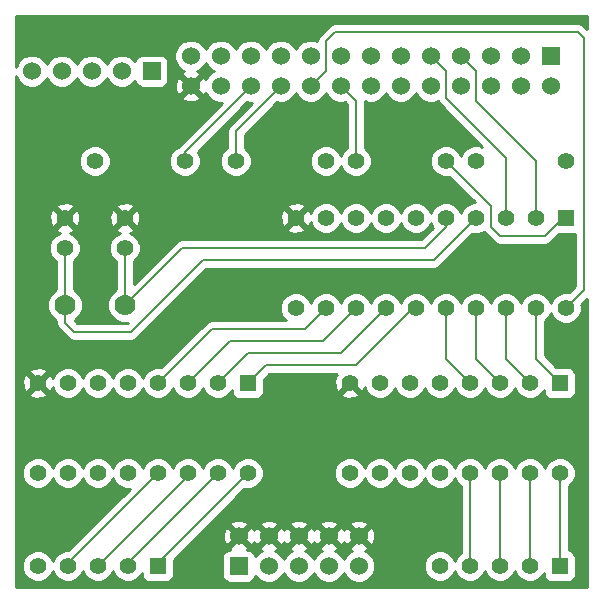
<source format=gbl>
G04 (created by PCBNEW-RS274X (2011-05-25)-stable) date Ut 23. jún 2015, 15:15:57 CEST*
G01*
G70*
G90*
%MOIN*%
G04 Gerber Fmt 3.4, Leading zero omitted, Abs format*
%FSLAX34Y34*%
G04 APERTURE LIST*
%ADD10C,0.006000*%
%ADD11R,0.055000X0.055000*%
%ADD12C,0.055000*%
%ADD13R,0.060000X0.060000*%
%ADD14C,0.060000*%
%ADD15C,0.070000*%
%ADD16C,0.008000*%
%ADD17C,0.010000*%
G04 APERTURE END LIST*
G54D10*
G54D11*
X28300Y-28500D03*
G54D12*
X27300Y-28500D03*
X26300Y-28500D03*
X25300Y-28500D03*
X24300Y-28500D03*
G54D11*
X14900Y-28500D03*
G54D12*
X13900Y-28500D03*
X12900Y-28500D03*
X11900Y-28500D03*
X10900Y-28500D03*
X20500Y-15000D03*
X17500Y-15000D03*
X12800Y-15000D03*
X15800Y-15000D03*
X28500Y-15000D03*
X25500Y-15000D03*
X24500Y-15000D03*
X21500Y-15000D03*
G54D13*
X17600Y-28500D03*
G54D14*
X17600Y-27500D03*
X18600Y-28500D03*
X18600Y-27500D03*
X19600Y-28500D03*
X19600Y-27500D03*
X20600Y-28500D03*
X20600Y-27500D03*
X21600Y-28500D03*
X21600Y-27500D03*
G54D13*
X14700Y-12000D03*
G54D14*
X13700Y-12000D03*
X12700Y-12000D03*
X11700Y-12000D03*
X10700Y-12000D03*
G54D15*
X11800Y-19800D03*
X13800Y-19800D03*
G54D11*
X28500Y-16900D03*
G54D12*
X27500Y-16900D03*
X26500Y-16900D03*
X25500Y-16900D03*
X24500Y-16900D03*
X23500Y-16900D03*
X22500Y-16900D03*
X21500Y-16900D03*
X20500Y-16900D03*
X19500Y-16900D03*
X19500Y-19900D03*
X20500Y-19900D03*
X21500Y-19900D03*
X22500Y-19900D03*
X23500Y-19900D03*
X24500Y-19900D03*
X25500Y-19900D03*
X26500Y-19900D03*
X27500Y-19900D03*
X28500Y-19900D03*
G54D11*
X28300Y-22400D03*
G54D12*
X27300Y-22400D03*
X26300Y-22400D03*
X25300Y-22400D03*
X24300Y-22400D03*
X23300Y-22400D03*
X22300Y-22400D03*
X21300Y-22400D03*
X21300Y-25400D03*
X22300Y-25400D03*
X23300Y-25400D03*
X24300Y-25400D03*
X25300Y-25400D03*
X26300Y-25400D03*
X27300Y-25400D03*
X28300Y-25400D03*
G54D11*
X17900Y-22400D03*
G54D12*
X16900Y-22400D03*
X15900Y-22400D03*
X14900Y-22400D03*
X13900Y-22400D03*
X12900Y-22400D03*
X11900Y-22400D03*
X10900Y-22400D03*
X10900Y-25400D03*
X11900Y-25400D03*
X12900Y-25400D03*
X13900Y-25400D03*
X14900Y-25400D03*
X15900Y-25400D03*
X16900Y-25400D03*
X17900Y-25400D03*
X11800Y-17900D03*
X11800Y-16900D03*
X13800Y-17900D03*
X13800Y-16900D03*
G54D13*
X28000Y-11500D03*
G54D14*
X28000Y-12500D03*
X27000Y-11500D03*
X27000Y-12500D03*
X26000Y-11500D03*
X26000Y-12500D03*
X25000Y-11500D03*
X25000Y-12500D03*
X24000Y-11500D03*
X24000Y-12500D03*
X23000Y-11500D03*
X23000Y-12500D03*
X22000Y-11500D03*
X22000Y-12500D03*
X21000Y-11500D03*
X21000Y-12500D03*
X20000Y-11500D03*
X20000Y-12500D03*
X19000Y-11500D03*
X19000Y-12500D03*
X18000Y-11500D03*
X18000Y-12500D03*
X17000Y-11500D03*
X17000Y-12500D03*
X16000Y-11500D03*
X16000Y-12500D03*
G54D16*
X17500Y-15000D02*
X17500Y-14000D01*
X17500Y-14000D02*
X19000Y-12500D01*
X26500Y-19900D02*
X26500Y-21600D01*
X26500Y-21600D02*
X27300Y-22400D01*
X21500Y-15000D02*
X21500Y-13000D01*
X21500Y-13000D02*
X21000Y-12500D01*
X28500Y-16900D02*
X28400Y-16900D01*
X26000Y-16500D02*
X24500Y-15000D01*
X26000Y-17200D02*
X26000Y-16500D01*
X26300Y-17500D02*
X26000Y-17200D01*
X27800Y-17500D02*
X26300Y-17500D01*
X28400Y-16900D02*
X27800Y-17500D01*
X28300Y-28500D02*
X28300Y-25400D01*
X11900Y-28500D02*
X11900Y-28400D01*
X11900Y-28400D02*
X14900Y-25400D01*
X14900Y-28500D02*
X14900Y-28400D01*
X14900Y-28400D02*
X17900Y-25400D01*
X27500Y-19900D02*
X27500Y-21600D01*
X27500Y-21600D02*
X28300Y-22400D01*
X27300Y-25400D02*
X27300Y-28500D01*
X25000Y-11500D02*
X25500Y-12000D01*
X27500Y-15000D02*
X27500Y-16900D01*
X25500Y-13000D02*
X27500Y-15000D01*
X25500Y-12000D02*
X25500Y-13000D01*
X25300Y-25400D02*
X25300Y-28500D01*
X24500Y-19900D02*
X24500Y-21600D01*
X24500Y-21600D02*
X25300Y-22400D01*
X23500Y-19900D02*
X23400Y-19900D01*
X18500Y-21800D02*
X17900Y-22400D01*
X21500Y-21800D02*
X18500Y-21800D01*
X23400Y-19900D02*
X21500Y-21800D01*
X21500Y-19900D02*
X20400Y-21000D01*
X17300Y-21000D02*
X15900Y-22400D01*
X20400Y-21000D02*
X17300Y-21000D01*
X22500Y-19900D02*
X21000Y-21400D01*
X17900Y-21400D02*
X16900Y-22400D01*
X21000Y-21400D02*
X17900Y-21400D01*
X24500Y-16900D02*
X24500Y-17200D01*
X15700Y-17900D02*
X13800Y-19800D01*
X23800Y-17900D02*
X15700Y-17900D01*
X24500Y-17200D02*
X23800Y-17900D01*
X13800Y-19800D02*
X13800Y-17900D01*
X24100Y-18300D02*
X25500Y-16900D01*
X16400Y-18300D02*
X24100Y-18300D01*
X14000Y-20700D02*
X16400Y-18300D01*
X12100Y-20700D02*
X14000Y-20700D01*
X11800Y-20400D02*
X12100Y-20700D01*
X11800Y-19800D02*
X11800Y-20400D01*
X11800Y-19800D02*
X11800Y-17900D01*
X20500Y-19900D02*
X19800Y-20600D01*
X16700Y-20600D02*
X14900Y-22400D01*
X19800Y-20600D02*
X16700Y-20600D01*
X26300Y-28500D02*
X26300Y-25400D01*
X13900Y-28500D02*
X13900Y-28400D01*
X13900Y-28400D02*
X16900Y-25400D01*
X26500Y-16900D02*
X26500Y-14900D01*
X24500Y-12000D02*
X24000Y-11500D01*
X24500Y-12900D02*
X24500Y-12000D01*
X26500Y-14900D02*
X24500Y-12900D01*
X15800Y-15000D02*
X15800Y-14700D01*
X15800Y-14700D02*
X18000Y-12500D01*
X20000Y-12500D02*
X20500Y-12000D01*
X29100Y-19300D02*
X28500Y-19900D01*
X29100Y-10900D02*
X29100Y-19300D01*
X28900Y-10700D02*
X29100Y-10900D01*
X20800Y-10700D02*
X28900Y-10700D01*
X20500Y-11000D02*
X20800Y-10700D01*
X20500Y-12000D02*
X20500Y-11000D01*
X15900Y-25400D02*
X15900Y-25500D01*
X15900Y-25500D02*
X12900Y-28500D01*
X25500Y-19900D02*
X25500Y-21600D01*
X25500Y-21600D02*
X26300Y-22400D01*
G54D10*
G36*
X29203Y-29203D02*
X28825Y-29203D01*
X28825Y-25505D01*
X28825Y-25296D01*
X28745Y-25103D01*
X28598Y-24955D01*
X28405Y-24875D01*
X28196Y-24875D01*
X28003Y-24955D01*
X27855Y-25102D01*
X27799Y-25235D01*
X27745Y-25103D01*
X27598Y-24955D01*
X27405Y-24875D01*
X27196Y-24875D01*
X27003Y-24955D01*
X26855Y-25102D01*
X26799Y-25235D01*
X26745Y-25103D01*
X26598Y-24955D01*
X26405Y-24875D01*
X26196Y-24875D01*
X26003Y-24955D01*
X25855Y-25102D01*
X25799Y-25235D01*
X25745Y-25103D01*
X25598Y-24955D01*
X25405Y-24875D01*
X25196Y-24875D01*
X25003Y-24955D01*
X24855Y-25102D01*
X24799Y-25235D01*
X24745Y-25103D01*
X24598Y-24955D01*
X24405Y-24875D01*
X24196Y-24875D01*
X24003Y-24955D01*
X23855Y-25102D01*
X23799Y-25235D01*
X23745Y-25103D01*
X23598Y-24955D01*
X23405Y-24875D01*
X23196Y-24875D01*
X23003Y-24955D01*
X22855Y-25102D01*
X22799Y-25235D01*
X22745Y-25103D01*
X22598Y-24955D01*
X22405Y-24875D01*
X22196Y-24875D01*
X22003Y-24955D01*
X21855Y-25102D01*
X21799Y-25235D01*
X21745Y-25103D01*
X21598Y-24955D01*
X21590Y-24951D01*
X21590Y-22761D01*
X21300Y-22471D01*
X21229Y-22542D01*
X21010Y-22761D01*
X21033Y-22852D01*
X21226Y-22919D01*
X21430Y-22908D01*
X21567Y-22852D01*
X21590Y-22761D01*
X21590Y-24951D01*
X21405Y-24875D01*
X21196Y-24875D01*
X21003Y-24955D01*
X20855Y-25102D01*
X20775Y-25295D01*
X20775Y-25504D01*
X20855Y-25697D01*
X21002Y-25845D01*
X21195Y-25925D01*
X21404Y-25925D01*
X21597Y-25845D01*
X21745Y-25698D01*
X21800Y-25564D01*
X21855Y-25697D01*
X22002Y-25845D01*
X22195Y-25925D01*
X22404Y-25925D01*
X22597Y-25845D01*
X22745Y-25698D01*
X22800Y-25564D01*
X22855Y-25697D01*
X23002Y-25845D01*
X23195Y-25925D01*
X23404Y-25925D01*
X23597Y-25845D01*
X23745Y-25698D01*
X23800Y-25564D01*
X23855Y-25697D01*
X24002Y-25845D01*
X24195Y-25925D01*
X24404Y-25925D01*
X24597Y-25845D01*
X24745Y-25698D01*
X24800Y-25564D01*
X24855Y-25697D01*
X25002Y-25845D01*
X25010Y-25848D01*
X25010Y-28052D01*
X25003Y-28055D01*
X24855Y-28202D01*
X24799Y-28335D01*
X24745Y-28203D01*
X24598Y-28055D01*
X24405Y-27975D01*
X24196Y-27975D01*
X24003Y-28055D01*
X23855Y-28202D01*
X23775Y-28395D01*
X23775Y-28604D01*
X23855Y-28797D01*
X24002Y-28945D01*
X24195Y-29025D01*
X24404Y-29025D01*
X24597Y-28945D01*
X24745Y-28798D01*
X24800Y-28664D01*
X24855Y-28797D01*
X25002Y-28945D01*
X25195Y-29025D01*
X25404Y-29025D01*
X25597Y-28945D01*
X25745Y-28798D01*
X25800Y-28664D01*
X25855Y-28797D01*
X26002Y-28945D01*
X26195Y-29025D01*
X26404Y-29025D01*
X26597Y-28945D01*
X26745Y-28798D01*
X26800Y-28664D01*
X26855Y-28797D01*
X27002Y-28945D01*
X27195Y-29025D01*
X27404Y-29025D01*
X27597Y-28945D01*
X27745Y-28798D01*
X27776Y-28723D01*
X27776Y-28824D01*
X27814Y-28916D01*
X27884Y-28986D01*
X27975Y-29024D01*
X28074Y-29024D01*
X28624Y-29024D01*
X28716Y-28986D01*
X28786Y-28916D01*
X28824Y-28825D01*
X28824Y-28726D01*
X28824Y-28176D01*
X28786Y-28084D01*
X28716Y-28014D01*
X28625Y-27976D01*
X28590Y-27976D01*
X28590Y-25847D01*
X28597Y-25845D01*
X28745Y-25698D01*
X28825Y-25505D01*
X28825Y-29203D01*
X22149Y-29203D01*
X22149Y-28609D01*
X22149Y-28391D01*
X22143Y-28376D01*
X22143Y-27579D01*
X22132Y-27366D01*
X22072Y-27219D01*
X21978Y-27192D01*
X21908Y-27262D01*
X21908Y-27122D01*
X21881Y-27028D01*
X21679Y-26957D01*
X21466Y-26968D01*
X21319Y-27028D01*
X21292Y-27122D01*
X21600Y-27429D01*
X21908Y-27122D01*
X21908Y-27262D01*
X21671Y-27500D01*
X21978Y-27808D01*
X22072Y-27781D01*
X22143Y-27579D01*
X22143Y-28376D01*
X22065Y-28189D01*
X21911Y-28035D01*
X21819Y-27997D01*
X21881Y-27972D01*
X21908Y-27878D01*
X21600Y-27571D01*
X21529Y-27641D01*
X21529Y-27500D01*
X21222Y-27192D01*
X21128Y-27219D01*
X21102Y-27292D01*
X21072Y-27219D01*
X20978Y-27192D01*
X20908Y-27262D01*
X20908Y-27122D01*
X20881Y-27028D01*
X20679Y-26957D01*
X20466Y-26968D01*
X20319Y-27028D01*
X20292Y-27122D01*
X20600Y-27429D01*
X20908Y-27122D01*
X20908Y-27262D01*
X20671Y-27500D01*
X20978Y-27808D01*
X21072Y-27781D01*
X21097Y-27707D01*
X21128Y-27781D01*
X21222Y-27808D01*
X21529Y-27500D01*
X21529Y-27641D01*
X21292Y-27878D01*
X21319Y-27972D01*
X21384Y-27995D01*
X21289Y-28035D01*
X21135Y-28189D01*
X21100Y-28273D01*
X21065Y-28189D01*
X20911Y-28035D01*
X20819Y-27997D01*
X20881Y-27972D01*
X20908Y-27878D01*
X20600Y-27571D01*
X20529Y-27641D01*
X20529Y-27500D01*
X20222Y-27192D01*
X20128Y-27219D01*
X20102Y-27292D01*
X20072Y-27219D01*
X19978Y-27192D01*
X19908Y-27262D01*
X19908Y-27122D01*
X19881Y-27028D01*
X19679Y-26957D01*
X19466Y-26968D01*
X19319Y-27028D01*
X19292Y-27122D01*
X19600Y-27429D01*
X19908Y-27122D01*
X19908Y-27262D01*
X19671Y-27500D01*
X19978Y-27808D01*
X20072Y-27781D01*
X20097Y-27707D01*
X20128Y-27781D01*
X20222Y-27808D01*
X20529Y-27500D01*
X20529Y-27641D01*
X20292Y-27878D01*
X20319Y-27972D01*
X20384Y-27995D01*
X20289Y-28035D01*
X20135Y-28189D01*
X20100Y-28273D01*
X20065Y-28189D01*
X19911Y-28035D01*
X19819Y-27997D01*
X19881Y-27972D01*
X19908Y-27878D01*
X19600Y-27571D01*
X19529Y-27641D01*
X19529Y-27500D01*
X19222Y-27192D01*
X19128Y-27219D01*
X19102Y-27292D01*
X19072Y-27219D01*
X18978Y-27192D01*
X18908Y-27262D01*
X18908Y-27122D01*
X18881Y-27028D01*
X18679Y-26957D01*
X18466Y-26968D01*
X18425Y-26984D01*
X18425Y-25505D01*
X18425Y-25296D01*
X18345Y-25103D01*
X18198Y-24955D01*
X18005Y-24875D01*
X17796Y-24875D01*
X17603Y-24955D01*
X17455Y-25102D01*
X17399Y-25235D01*
X17345Y-25103D01*
X17198Y-24955D01*
X17005Y-24875D01*
X16796Y-24875D01*
X16603Y-24955D01*
X16455Y-25102D01*
X16399Y-25235D01*
X16345Y-25103D01*
X16198Y-24955D01*
X16005Y-24875D01*
X15796Y-24875D01*
X15603Y-24955D01*
X15455Y-25102D01*
X15399Y-25235D01*
X15345Y-25103D01*
X15198Y-24955D01*
X15005Y-24875D01*
X14796Y-24875D01*
X14603Y-24955D01*
X14455Y-25102D01*
X14399Y-25235D01*
X14345Y-25103D01*
X14198Y-24955D01*
X14005Y-24875D01*
X13796Y-24875D01*
X13603Y-24955D01*
X13455Y-25102D01*
X13399Y-25235D01*
X13345Y-25103D01*
X13198Y-24955D01*
X13005Y-24875D01*
X12796Y-24875D01*
X12603Y-24955D01*
X12455Y-25102D01*
X12399Y-25235D01*
X12345Y-25103D01*
X12198Y-24955D01*
X12005Y-24875D01*
X11796Y-24875D01*
X11603Y-24955D01*
X11455Y-25102D01*
X11399Y-25235D01*
X11345Y-25103D01*
X11198Y-24955D01*
X11190Y-24951D01*
X11190Y-22761D01*
X10900Y-22471D01*
X10829Y-22542D01*
X10829Y-22400D01*
X10539Y-22110D01*
X10448Y-22133D01*
X10381Y-22326D01*
X10392Y-22530D01*
X10448Y-22667D01*
X10539Y-22690D01*
X10829Y-22400D01*
X10829Y-22542D01*
X10610Y-22761D01*
X10633Y-22852D01*
X10826Y-22919D01*
X11030Y-22908D01*
X11167Y-22852D01*
X11190Y-22761D01*
X11190Y-24951D01*
X11005Y-24875D01*
X10796Y-24875D01*
X10603Y-24955D01*
X10455Y-25102D01*
X10375Y-25295D01*
X10375Y-25504D01*
X10455Y-25697D01*
X10602Y-25845D01*
X10795Y-25925D01*
X11004Y-25925D01*
X11197Y-25845D01*
X11345Y-25698D01*
X11400Y-25564D01*
X11455Y-25697D01*
X11602Y-25845D01*
X11795Y-25925D01*
X12004Y-25925D01*
X12197Y-25845D01*
X12345Y-25698D01*
X12400Y-25564D01*
X12455Y-25697D01*
X12602Y-25845D01*
X12795Y-25925D01*
X13004Y-25925D01*
X13197Y-25845D01*
X13345Y-25698D01*
X13400Y-25564D01*
X13455Y-25697D01*
X13602Y-25845D01*
X13795Y-25925D01*
X13964Y-25925D01*
X11914Y-27975D01*
X11796Y-27975D01*
X11603Y-28055D01*
X11455Y-28202D01*
X11399Y-28335D01*
X11345Y-28203D01*
X11198Y-28055D01*
X11005Y-27975D01*
X10796Y-27975D01*
X10603Y-28055D01*
X10455Y-28202D01*
X10375Y-28395D01*
X10375Y-28604D01*
X10455Y-28797D01*
X10602Y-28945D01*
X10795Y-29025D01*
X11004Y-29025D01*
X11197Y-28945D01*
X11345Y-28798D01*
X11400Y-28664D01*
X11455Y-28797D01*
X11602Y-28945D01*
X11795Y-29025D01*
X12004Y-29025D01*
X12197Y-28945D01*
X12345Y-28798D01*
X12400Y-28664D01*
X12455Y-28797D01*
X12602Y-28945D01*
X12795Y-29025D01*
X13004Y-29025D01*
X13197Y-28945D01*
X13345Y-28798D01*
X13400Y-28664D01*
X13455Y-28797D01*
X13602Y-28945D01*
X13795Y-29025D01*
X14004Y-29025D01*
X14197Y-28945D01*
X14345Y-28798D01*
X14376Y-28723D01*
X14376Y-28824D01*
X14414Y-28916D01*
X14484Y-28986D01*
X14575Y-29024D01*
X14674Y-29024D01*
X15224Y-29024D01*
X15316Y-28986D01*
X15386Y-28916D01*
X15424Y-28825D01*
X15424Y-28726D01*
X15424Y-28286D01*
X17788Y-25922D01*
X17795Y-25925D01*
X18004Y-25925D01*
X18197Y-25845D01*
X18345Y-25698D01*
X18425Y-25505D01*
X18425Y-26984D01*
X18319Y-27028D01*
X18292Y-27122D01*
X18600Y-27429D01*
X18908Y-27122D01*
X18908Y-27262D01*
X18671Y-27500D01*
X18978Y-27808D01*
X19072Y-27781D01*
X19097Y-27707D01*
X19128Y-27781D01*
X19222Y-27808D01*
X19529Y-27500D01*
X19529Y-27641D01*
X19292Y-27878D01*
X19319Y-27972D01*
X19384Y-27995D01*
X19289Y-28035D01*
X19135Y-28189D01*
X19100Y-28273D01*
X19065Y-28189D01*
X18911Y-28035D01*
X18819Y-27997D01*
X18881Y-27972D01*
X18908Y-27878D01*
X18600Y-27571D01*
X18529Y-27641D01*
X18529Y-27500D01*
X18222Y-27192D01*
X18128Y-27219D01*
X18102Y-27292D01*
X18072Y-27219D01*
X17978Y-27192D01*
X17908Y-27262D01*
X17908Y-27122D01*
X17881Y-27028D01*
X17679Y-26957D01*
X17466Y-26968D01*
X17319Y-27028D01*
X17292Y-27122D01*
X17600Y-27429D01*
X17908Y-27122D01*
X17908Y-27262D01*
X17671Y-27500D01*
X17978Y-27808D01*
X18072Y-27781D01*
X18097Y-27707D01*
X18128Y-27781D01*
X18222Y-27808D01*
X18529Y-27500D01*
X18529Y-27641D01*
X18292Y-27878D01*
X18319Y-27972D01*
X18384Y-27995D01*
X18289Y-28035D01*
X18149Y-28175D01*
X18149Y-28151D01*
X18111Y-28059D01*
X18041Y-27989D01*
X17950Y-27951D01*
X17887Y-27951D01*
X17908Y-27878D01*
X17600Y-27571D01*
X17529Y-27641D01*
X17529Y-27500D01*
X17222Y-27192D01*
X17128Y-27219D01*
X17057Y-27421D01*
X17068Y-27634D01*
X17128Y-27781D01*
X17222Y-27808D01*
X17529Y-27500D01*
X17529Y-27641D01*
X17292Y-27878D01*
X17312Y-27951D01*
X17251Y-27951D01*
X17159Y-27989D01*
X17089Y-28059D01*
X17051Y-28150D01*
X17051Y-28249D01*
X17051Y-28849D01*
X17089Y-28941D01*
X17159Y-29011D01*
X17250Y-29049D01*
X17349Y-29049D01*
X17949Y-29049D01*
X18041Y-29011D01*
X18111Y-28941D01*
X18149Y-28850D01*
X18149Y-28825D01*
X18289Y-28965D01*
X18491Y-29049D01*
X18709Y-29049D01*
X18911Y-28965D01*
X19065Y-28811D01*
X19100Y-28726D01*
X19135Y-28811D01*
X19289Y-28965D01*
X19491Y-29049D01*
X19709Y-29049D01*
X19911Y-28965D01*
X20065Y-28811D01*
X20100Y-28726D01*
X20135Y-28811D01*
X20289Y-28965D01*
X20491Y-29049D01*
X20709Y-29049D01*
X20911Y-28965D01*
X21065Y-28811D01*
X21100Y-28726D01*
X21135Y-28811D01*
X21289Y-28965D01*
X21491Y-29049D01*
X21709Y-29049D01*
X21911Y-28965D01*
X22065Y-28811D01*
X22149Y-28609D01*
X22149Y-29203D01*
X10168Y-29203D01*
X10168Y-12149D01*
X10235Y-12311D01*
X10389Y-12465D01*
X10591Y-12549D01*
X10809Y-12549D01*
X11011Y-12465D01*
X11165Y-12311D01*
X11200Y-12226D01*
X11235Y-12311D01*
X11389Y-12465D01*
X11591Y-12549D01*
X11809Y-12549D01*
X12011Y-12465D01*
X12165Y-12311D01*
X12200Y-12226D01*
X12235Y-12311D01*
X12389Y-12465D01*
X12591Y-12549D01*
X12809Y-12549D01*
X13011Y-12465D01*
X13165Y-12311D01*
X13200Y-12226D01*
X13235Y-12311D01*
X13389Y-12465D01*
X13591Y-12549D01*
X13809Y-12549D01*
X14011Y-12465D01*
X14151Y-12325D01*
X14151Y-12349D01*
X14189Y-12441D01*
X14259Y-12511D01*
X14350Y-12549D01*
X14449Y-12549D01*
X15049Y-12549D01*
X15141Y-12511D01*
X15211Y-12441D01*
X15249Y-12350D01*
X15249Y-12251D01*
X15249Y-11651D01*
X15211Y-11559D01*
X15141Y-11489D01*
X15050Y-11451D01*
X14951Y-11451D01*
X14351Y-11451D01*
X14259Y-11489D01*
X14189Y-11559D01*
X14151Y-11650D01*
X14151Y-11675D01*
X14011Y-11535D01*
X13809Y-11451D01*
X13591Y-11451D01*
X13389Y-11535D01*
X13235Y-11689D01*
X13200Y-11773D01*
X13165Y-11689D01*
X13011Y-11535D01*
X12809Y-11451D01*
X12591Y-11451D01*
X12389Y-11535D01*
X12235Y-11689D01*
X12200Y-11773D01*
X12165Y-11689D01*
X12011Y-11535D01*
X11809Y-11451D01*
X11591Y-11451D01*
X11389Y-11535D01*
X11235Y-11689D01*
X11200Y-11773D01*
X11165Y-11689D01*
X11011Y-11535D01*
X10809Y-11451D01*
X10591Y-11451D01*
X10389Y-11535D01*
X10235Y-11689D01*
X10168Y-11850D01*
X10168Y-10168D01*
X29203Y-10168D01*
X29203Y-10593D01*
X29105Y-10495D01*
X29011Y-10432D01*
X28900Y-10410D01*
X20800Y-10410D01*
X20689Y-10432D01*
X20595Y-10495D01*
X20295Y-10795D01*
X20232Y-10889D01*
X20211Y-10993D01*
X20109Y-10951D01*
X19891Y-10951D01*
X19689Y-11035D01*
X19535Y-11189D01*
X19500Y-11273D01*
X19465Y-11189D01*
X19311Y-11035D01*
X19109Y-10951D01*
X18891Y-10951D01*
X18689Y-11035D01*
X18535Y-11189D01*
X18500Y-11273D01*
X18465Y-11189D01*
X18311Y-11035D01*
X18109Y-10951D01*
X17891Y-10951D01*
X17689Y-11035D01*
X17535Y-11189D01*
X17500Y-11273D01*
X17465Y-11189D01*
X17311Y-11035D01*
X17109Y-10951D01*
X16891Y-10951D01*
X16689Y-11035D01*
X16535Y-11189D01*
X16500Y-11273D01*
X16465Y-11189D01*
X16311Y-11035D01*
X16109Y-10951D01*
X15891Y-10951D01*
X15689Y-11035D01*
X15535Y-11189D01*
X15451Y-11391D01*
X15451Y-11609D01*
X15535Y-11811D01*
X15689Y-11965D01*
X15780Y-12002D01*
X15719Y-12028D01*
X15692Y-12122D01*
X16000Y-12429D01*
X16308Y-12122D01*
X16281Y-12028D01*
X16215Y-12004D01*
X16311Y-11965D01*
X16465Y-11811D01*
X16500Y-11726D01*
X16535Y-11811D01*
X16689Y-11965D01*
X16773Y-12000D01*
X16689Y-12035D01*
X16535Y-12189D01*
X16497Y-12280D01*
X16472Y-12219D01*
X16378Y-12192D01*
X16071Y-12500D01*
X16378Y-12808D01*
X16472Y-12781D01*
X16495Y-12715D01*
X16535Y-12811D01*
X16689Y-12965D01*
X16891Y-13049D01*
X17041Y-13049D01*
X16308Y-13782D01*
X16308Y-12878D01*
X16000Y-12571D01*
X15929Y-12641D01*
X15929Y-12500D01*
X15622Y-12192D01*
X15528Y-12219D01*
X15457Y-12421D01*
X15468Y-12634D01*
X15528Y-12781D01*
X15622Y-12808D01*
X15929Y-12500D01*
X15929Y-12641D01*
X15692Y-12878D01*
X15719Y-12972D01*
X15921Y-13043D01*
X16134Y-13032D01*
X16281Y-12972D01*
X16308Y-12878D01*
X16308Y-13782D01*
X15595Y-14495D01*
X15574Y-14525D01*
X15503Y-14555D01*
X15355Y-14702D01*
X15275Y-14895D01*
X15275Y-15104D01*
X15355Y-15297D01*
X15502Y-15445D01*
X15695Y-15525D01*
X15904Y-15525D01*
X16097Y-15445D01*
X16245Y-15298D01*
X16325Y-15105D01*
X16325Y-14896D01*
X16245Y-14703D01*
X16226Y-14683D01*
X17869Y-13040D01*
X17891Y-13049D01*
X18041Y-13049D01*
X17295Y-13795D01*
X17232Y-13889D01*
X17210Y-14000D01*
X17210Y-14552D01*
X17203Y-14555D01*
X17055Y-14702D01*
X16975Y-14895D01*
X16975Y-15104D01*
X17055Y-15297D01*
X17202Y-15445D01*
X17395Y-15525D01*
X17604Y-15525D01*
X17797Y-15445D01*
X17945Y-15298D01*
X18025Y-15105D01*
X18025Y-14896D01*
X17945Y-14703D01*
X17798Y-14555D01*
X17790Y-14551D01*
X17790Y-14120D01*
X18869Y-13040D01*
X18891Y-13049D01*
X19109Y-13049D01*
X19311Y-12965D01*
X19465Y-12811D01*
X19500Y-12726D01*
X19535Y-12811D01*
X19689Y-12965D01*
X19891Y-13049D01*
X20109Y-13049D01*
X20311Y-12965D01*
X20465Y-12811D01*
X20500Y-12726D01*
X20535Y-12811D01*
X20689Y-12965D01*
X20891Y-13049D01*
X21109Y-13049D01*
X21130Y-13040D01*
X21210Y-13120D01*
X21210Y-14552D01*
X21203Y-14555D01*
X21055Y-14702D01*
X20999Y-14835D01*
X20945Y-14703D01*
X20798Y-14555D01*
X20605Y-14475D01*
X20396Y-14475D01*
X20203Y-14555D01*
X20055Y-14702D01*
X19975Y-14895D01*
X19975Y-15104D01*
X20055Y-15297D01*
X20202Y-15445D01*
X20395Y-15525D01*
X20604Y-15525D01*
X20797Y-15445D01*
X20945Y-15298D01*
X21000Y-15164D01*
X21055Y-15297D01*
X21202Y-15445D01*
X21395Y-15525D01*
X21604Y-15525D01*
X21797Y-15445D01*
X21945Y-15298D01*
X22025Y-15105D01*
X22025Y-14896D01*
X21945Y-14703D01*
X21798Y-14555D01*
X21790Y-14551D01*
X21790Y-13007D01*
X21891Y-13049D01*
X22109Y-13049D01*
X22311Y-12965D01*
X22465Y-12811D01*
X22500Y-12726D01*
X22535Y-12811D01*
X22689Y-12965D01*
X22891Y-13049D01*
X23109Y-13049D01*
X23311Y-12965D01*
X23465Y-12811D01*
X23500Y-12726D01*
X23535Y-12811D01*
X23689Y-12965D01*
X23891Y-13049D01*
X24109Y-13049D01*
X24229Y-12998D01*
X24232Y-13011D01*
X24295Y-13105D01*
X25707Y-14517D01*
X25605Y-14475D01*
X25396Y-14475D01*
X25203Y-14555D01*
X25055Y-14702D01*
X24999Y-14835D01*
X24945Y-14703D01*
X24798Y-14555D01*
X24605Y-14475D01*
X24396Y-14475D01*
X24203Y-14555D01*
X24055Y-14702D01*
X23975Y-14895D01*
X23975Y-15104D01*
X24055Y-15297D01*
X24202Y-15445D01*
X24395Y-15525D01*
X24604Y-15525D01*
X24611Y-15521D01*
X25465Y-16375D01*
X25396Y-16375D01*
X25203Y-16455D01*
X25055Y-16602D01*
X24999Y-16735D01*
X24945Y-16603D01*
X24798Y-16455D01*
X24605Y-16375D01*
X24396Y-16375D01*
X24203Y-16455D01*
X24055Y-16602D01*
X23999Y-16735D01*
X23945Y-16603D01*
X23798Y-16455D01*
X23605Y-16375D01*
X23396Y-16375D01*
X23203Y-16455D01*
X23055Y-16602D01*
X22999Y-16735D01*
X22945Y-16603D01*
X22798Y-16455D01*
X22605Y-16375D01*
X22396Y-16375D01*
X22203Y-16455D01*
X22055Y-16602D01*
X21999Y-16735D01*
X21945Y-16603D01*
X21798Y-16455D01*
X21605Y-16375D01*
X21396Y-16375D01*
X21203Y-16455D01*
X21055Y-16602D01*
X20999Y-16735D01*
X20945Y-16603D01*
X20798Y-16455D01*
X20605Y-16375D01*
X20396Y-16375D01*
X20203Y-16455D01*
X20055Y-16602D01*
X19996Y-16742D01*
X19952Y-16633D01*
X19861Y-16610D01*
X19790Y-16681D01*
X19790Y-16539D01*
X19767Y-16448D01*
X19574Y-16381D01*
X19370Y-16392D01*
X19233Y-16448D01*
X19210Y-16539D01*
X19500Y-16829D01*
X19790Y-16539D01*
X19790Y-16681D01*
X19571Y-16900D01*
X19861Y-17190D01*
X19952Y-17167D01*
X19993Y-17048D01*
X20055Y-17197D01*
X20202Y-17345D01*
X20395Y-17425D01*
X20604Y-17425D01*
X20797Y-17345D01*
X20945Y-17198D01*
X21000Y-17064D01*
X21055Y-17197D01*
X21202Y-17345D01*
X21395Y-17425D01*
X21604Y-17425D01*
X21797Y-17345D01*
X21945Y-17198D01*
X22000Y-17064D01*
X22055Y-17197D01*
X22202Y-17345D01*
X22395Y-17425D01*
X22604Y-17425D01*
X22797Y-17345D01*
X22945Y-17198D01*
X23000Y-17064D01*
X23055Y-17197D01*
X23202Y-17345D01*
X23395Y-17425D01*
X23604Y-17425D01*
X23797Y-17345D01*
X23945Y-17198D01*
X24000Y-17064D01*
X24055Y-17197D01*
X24073Y-17216D01*
X23680Y-17610D01*
X19790Y-17610D01*
X19790Y-17261D01*
X19500Y-16971D01*
X19429Y-17042D01*
X19429Y-16900D01*
X19139Y-16610D01*
X19048Y-16633D01*
X18981Y-16826D01*
X18992Y-17030D01*
X19048Y-17167D01*
X19139Y-17190D01*
X19429Y-16900D01*
X19429Y-17042D01*
X19210Y-17261D01*
X19233Y-17352D01*
X19426Y-17419D01*
X19630Y-17408D01*
X19767Y-17352D01*
X19790Y-17261D01*
X19790Y-17610D01*
X15700Y-17610D01*
X15589Y-17632D01*
X15495Y-17695D01*
X14090Y-19100D01*
X14090Y-18347D01*
X14097Y-18345D01*
X14245Y-18198D01*
X14325Y-18005D01*
X14325Y-17796D01*
X14319Y-17781D01*
X14319Y-16974D01*
X14308Y-16770D01*
X14252Y-16633D01*
X14161Y-16610D01*
X14090Y-16681D01*
X14090Y-16539D01*
X14067Y-16448D01*
X13874Y-16381D01*
X13670Y-16392D01*
X13533Y-16448D01*
X13510Y-16539D01*
X13800Y-16829D01*
X14090Y-16539D01*
X14090Y-16681D01*
X13871Y-16900D01*
X14161Y-17190D01*
X14252Y-17167D01*
X14319Y-16974D01*
X14319Y-17781D01*
X14245Y-17603D01*
X14098Y-17455D01*
X13957Y-17396D01*
X14067Y-17352D01*
X14090Y-17261D01*
X13800Y-16971D01*
X13729Y-17042D01*
X13729Y-16900D01*
X13439Y-16610D01*
X13348Y-16633D01*
X13325Y-16699D01*
X13325Y-15105D01*
X13325Y-14896D01*
X13245Y-14703D01*
X13098Y-14555D01*
X12905Y-14475D01*
X12696Y-14475D01*
X12503Y-14555D01*
X12355Y-14702D01*
X12275Y-14895D01*
X12275Y-15104D01*
X12355Y-15297D01*
X12502Y-15445D01*
X12695Y-15525D01*
X12904Y-15525D01*
X13097Y-15445D01*
X13245Y-15298D01*
X13325Y-15105D01*
X13325Y-16699D01*
X13281Y-16826D01*
X13292Y-17030D01*
X13348Y-17167D01*
X13439Y-17190D01*
X13729Y-16900D01*
X13729Y-17042D01*
X13510Y-17261D01*
X13533Y-17352D01*
X13651Y-17393D01*
X13503Y-17455D01*
X13355Y-17602D01*
X13275Y-17795D01*
X13275Y-18004D01*
X13355Y-18197D01*
X13502Y-18345D01*
X13510Y-18348D01*
X13510Y-19271D01*
X13461Y-19292D01*
X13292Y-19461D01*
X13201Y-19681D01*
X13201Y-19919D01*
X13292Y-20139D01*
X13461Y-20308D01*
X13681Y-20399D01*
X13891Y-20399D01*
X13880Y-20410D01*
X12220Y-20410D01*
X12124Y-20314D01*
X12139Y-20308D01*
X12308Y-20139D01*
X12399Y-19919D01*
X12399Y-19681D01*
X12308Y-19461D01*
X12139Y-19292D01*
X12090Y-19271D01*
X12090Y-18347D01*
X12097Y-18345D01*
X12245Y-18198D01*
X12325Y-18005D01*
X12325Y-17796D01*
X12319Y-17781D01*
X12319Y-16974D01*
X12308Y-16770D01*
X12252Y-16633D01*
X12161Y-16610D01*
X12090Y-16681D01*
X12090Y-16539D01*
X12067Y-16448D01*
X11874Y-16381D01*
X11670Y-16392D01*
X11533Y-16448D01*
X11510Y-16539D01*
X11800Y-16829D01*
X12090Y-16539D01*
X12090Y-16681D01*
X11871Y-16900D01*
X12161Y-17190D01*
X12252Y-17167D01*
X12319Y-16974D01*
X12319Y-17781D01*
X12245Y-17603D01*
X12098Y-17455D01*
X11957Y-17396D01*
X12067Y-17352D01*
X12090Y-17261D01*
X11800Y-16971D01*
X11729Y-17042D01*
X11729Y-16900D01*
X11439Y-16610D01*
X11348Y-16633D01*
X11281Y-16826D01*
X11292Y-17030D01*
X11348Y-17167D01*
X11439Y-17190D01*
X11729Y-16900D01*
X11729Y-17042D01*
X11510Y-17261D01*
X11533Y-17352D01*
X11651Y-17393D01*
X11503Y-17455D01*
X11355Y-17602D01*
X11275Y-17795D01*
X11275Y-18004D01*
X11355Y-18197D01*
X11502Y-18345D01*
X11510Y-18348D01*
X11510Y-19271D01*
X11461Y-19292D01*
X11292Y-19461D01*
X11201Y-19681D01*
X11201Y-19919D01*
X11292Y-20139D01*
X11461Y-20308D01*
X11510Y-20328D01*
X11510Y-20400D01*
X11532Y-20511D01*
X11595Y-20605D01*
X11895Y-20905D01*
X11989Y-20968D01*
X12100Y-20990D01*
X14000Y-20990D01*
X14111Y-20968D01*
X14205Y-20905D01*
X16520Y-18590D01*
X24100Y-18590D01*
X24211Y-18568D01*
X24305Y-18505D01*
X25387Y-17422D01*
X25395Y-17425D01*
X25604Y-17425D01*
X25763Y-17358D01*
X25795Y-17405D01*
X26095Y-17705D01*
X26189Y-17768D01*
X26300Y-17790D01*
X27800Y-17790D01*
X27911Y-17768D01*
X28005Y-17705D01*
X28286Y-17424D01*
X28810Y-17424D01*
X28810Y-19180D01*
X28612Y-19377D01*
X28605Y-19375D01*
X28396Y-19375D01*
X28203Y-19455D01*
X28055Y-19602D01*
X27999Y-19735D01*
X27945Y-19603D01*
X27798Y-19455D01*
X27605Y-19375D01*
X27396Y-19375D01*
X27203Y-19455D01*
X27055Y-19602D01*
X26999Y-19735D01*
X26945Y-19603D01*
X26798Y-19455D01*
X26605Y-19375D01*
X26396Y-19375D01*
X26203Y-19455D01*
X26055Y-19602D01*
X25999Y-19735D01*
X25945Y-19603D01*
X25798Y-19455D01*
X25605Y-19375D01*
X25396Y-19375D01*
X25203Y-19455D01*
X25055Y-19602D01*
X24999Y-19735D01*
X24945Y-19603D01*
X24798Y-19455D01*
X24605Y-19375D01*
X24396Y-19375D01*
X24203Y-19455D01*
X24055Y-19602D01*
X23999Y-19735D01*
X23945Y-19603D01*
X23798Y-19455D01*
X23605Y-19375D01*
X23396Y-19375D01*
X23203Y-19455D01*
X23055Y-19602D01*
X22999Y-19735D01*
X22945Y-19603D01*
X22798Y-19455D01*
X22605Y-19375D01*
X22396Y-19375D01*
X22203Y-19455D01*
X22055Y-19602D01*
X21999Y-19735D01*
X21945Y-19603D01*
X21798Y-19455D01*
X21605Y-19375D01*
X21396Y-19375D01*
X21203Y-19455D01*
X21055Y-19602D01*
X20999Y-19735D01*
X20945Y-19603D01*
X20798Y-19455D01*
X20605Y-19375D01*
X20396Y-19375D01*
X20203Y-19455D01*
X20055Y-19602D01*
X19999Y-19735D01*
X19945Y-19603D01*
X19798Y-19455D01*
X19605Y-19375D01*
X19396Y-19375D01*
X19203Y-19455D01*
X19055Y-19602D01*
X18975Y-19795D01*
X18975Y-20004D01*
X19055Y-20197D01*
X19167Y-20310D01*
X16700Y-20310D01*
X16589Y-20332D01*
X16495Y-20395D01*
X15012Y-21877D01*
X15005Y-21875D01*
X14796Y-21875D01*
X14603Y-21955D01*
X14455Y-22102D01*
X14399Y-22235D01*
X14345Y-22103D01*
X14198Y-21955D01*
X14005Y-21875D01*
X13796Y-21875D01*
X13603Y-21955D01*
X13455Y-22102D01*
X13399Y-22235D01*
X13345Y-22103D01*
X13198Y-21955D01*
X13005Y-21875D01*
X12796Y-21875D01*
X12603Y-21955D01*
X12455Y-22102D01*
X12399Y-22235D01*
X12345Y-22103D01*
X12198Y-21955D01*
X12005Y-21875D01*
X11796Y-21875D01*
X11603Y-21955D01*
X11455Y-22102D01*
X11396Y-22242D01*
X11352Y-22133D01*
X11261Y-22110D01*
X11190Y-22181D01*
X11190Y-22039D01*
X11167Y-21948D01*
X10974Y-21881D01*
X10770Y-21892D01*
X10633Y-21948D01*
X10610Y-22039D01*
X10900Y-22329D01*
X11190Y-22039D01*
X11190Y-22181D01*
X10971Y-22400D01*
X11261Y-22690D01*
X11352Y-22667D01*
X11393Y-22548D01*
X11455Y-22697D01*
X11602Y-22845D01*
X11795Y-22925D01*
X12004Y-22925D01*
X12197Y-22845D01*
X12345Y-22698D01*
X12400Y-22564D01*
X12455Y-22697D01*
X12602Y-22845D01*
X12795Y-22925D01*
X13004Y-22925D01*
X13197Y-22845D01*
X13345Y-22698D01*
X13400Y-22564D01*
X13455Y-22697D01*
X13602Y-22845D01*
X13795Y-22925D01*
X14004Y-22925D01*
X14197Y-22845D01*
X14345Y-22698D01*
X14400Y-22564D01*
X14455Y-22697D01*
X14602Y-22845D01*
X14795Y-22925D01*
X15004Y-22925D01*
X15197Y-22845D01*
X15345Y-22698D01*
X15400Y-22564D01*
X15455Y-22697D01*
X15602Y-22845D01*
X15795Y-22925D01*
X16004Y-22925D01*
X16197Y-22845D01*
X16345Y-22698D01*
X16400Y-22564D01*
X16455Y-22697D01*
X16602Y-22845D01*
X16795Y-22925D01*
X17004Y-22925D01*
X17197Y-22845D01*
X17345Y-22698D01*
X17376Y-22623D01*
X17376Y-22724D01*
X17414Y-22816D01*
X17484Y-22886D01*
X17575Y-22924D01*
X17674Y-22924D01*
X18224Y-22924D01*
X18316Y-22886D01*
X18386Y-22816D01*
X18424Y-22725D01*
X18424Y-22626D01*
X18424Y-22286D01*
X18620Y-22090D01*
X20855Y-22090D01*
X20852Y-22093D01*
X20883Y-22124D01*
X20848Y-22133D01*
X20781Y-22326D01*
X20792Y-22530D01*
X20848Y-22667D01*
X20939Y-22690D01*
X21194Y-22435D01*
X21229Y-22400D01*
X21300Y-22329D01*
X21371Y-22400D01*
X21406Y-22435D01*
X21661Y-22690D01*
X21752Y-22667D01*
X21793Y-22548D01*
X21855Y-22697D01*
X22002Y-22845D01*
X22195Y-22925D01*
X22404Y-22925D01*
X22597Y-22845D01*
X22745Y-22698D01*
X22800Y-22564D01*
X22855Y-22697D01*
X23002Y-22845D01*
X23195Y-22925D01*
X23404Y-22925D01*
X23597Y-22845D01*
X23745Y-22698D01*
X23800Y-22564D01*
X23855Y-22697D01*
X24002Y-22845D01*
X24195Y-22925D01*
X24404Y-22925D01*
X24597Y-22845D01*
X24745Y-22698D01*
X24800Y-22564D01*
X24855Y-22697D01*
X25002Y-22845D01*
X25195Y-22925D01*
X25404Y-22925D01*
X25597Y-22845D01*
X25745Y-22698D01*
X25800Y-22564D01*
X25855Y-22697D01*
X26002Y-22845D01*
X26195Y-22925D01*
X26404Y-22925D01*
X26597Y-22845D01*
X26745Y-22698D01*
X26800Y-22564D01*
X26855Y-22697D01*
X27002Y-22845D01*
X27195Y-22925D01*
X27404Y-22925D01*
X27597Y-22845D01*
X27745Y-22698D01*
X27776Y-22623D01*
X27776Y-22724D01*
X27814Y-22816D01*
X27884Y-22886D01*
X27975Y-22924D01*
X28074Y-22924D01*
X28624Y-22924D01*
X28716Y-22886D01*
X28786Y-22816D01*
X28824Y-22725D01*
X28824Y-22626D01*
X28824Y-22076D01*
X28786Y-21984D01*
X28716Y-21914D01*
X28625Y-21876D01*
X28526Y-21876D01*
X28186Y-21876D01*
X27790Y-21480D01*
X27790Y-20347D01*
X27797Y-20345D01*
X27945Y-20198D01*
X28000Y-20064D01*
X28055Y-20197D01*
X28202Y-20345D01*
X28395Y-20425D01*
X28604Y-20425D01*
X28797Y-20345D01*
X28945Y-20198D01*
X29025Y-20005D01*
X29025Y-19796D01*
X29021Y-19788D01*
X29203Y-19607D01*
X29203Y-29203D01*
X29203Y-29203D01*
G37*
G54D17*
X29203Y-29203D02*
X28825Y-29203D01*
X28825Y-25505D01*
X28825Y-25296D01*
X28745Y-25103D01*
X28598Y-24955D01*
X28405Y-24875D01*
X28196Y-24875D01*
X28003Y-24955D01*
X27855Y-25102D01*
X27799Y-25235D01*
X27745Y-25103D01*
X27598Y-24955D01*
X27405Y-24875D01*
X27196Y-24875D01*
X27003Y-24955D01*
X26855Y-25102D01*
X26799Y-25235D01*
X26745Y-25103D01*
X26598Y-24955D01*
X26405Y-24875D01*
X26196Y-24875D01*
X26003Y-24955D01*
X25855Y-25102D01*
X25799Y-25235D01*
X25745Y-25103D01*
X25598Y-24955D01*
X25405Y-24875D01*
X25196Y-24875D01*
X25003Y-24955D01*
X24855Y-25102D01*
X24799Y-25235D01*
X24745Y-25103D01*
X24598Y-24955D01*
X24405Y-24875D01*
X24196Y-24875D01*
X24003Y-24955D01*
X23855Y-25102D01*
X23799Y-25235D01*
X23745Y-25103D01*
X23598Y-24955D01*
X23405Y-24875D01*
X23196Y-24875D01*
X23003Y-24955D01*
X22855Y-25102D01*
X22799Y-25235D01*
X22745Y-25103D01*
X22598Y-24955D01*
X22405Y-24875D01*
X22196Y-24875D01*
X22003Y-24955D01*
X21855Y-25102D01*
X21799Y-25235D01*
X21745Y-25103D01*
X21598Y-24955D01*
X21590Y-24951D01*
X21590Y-22761D01*
X21300Y-22471D01*
X21229Y-22542D01*
X21010Y-22761D01*
X21033Y-22852D01*
X21226Y-22919D01*
X21430Y-22908D01*
X21567Y-22852D01*
X21590Y-22761D01*
X21590Y-24951D01*
X21405Y-24875D01*
X21196Y-24875D01*
X21003Y-24955D01*
X20855Y-25102D01*
X20775Y-25295D01*
X20775Y-25504D01*
X20855Y-25697D01*
X21002Y-25845D01*
X21195Y-25925D01*
X21404Y-25925D01*
X21597Y-25845D01*
X21745Y-25698D01*
X21800Y-25564D01*
X21855Y-25697D01*
X22002Y-25845D01*
X22195Y-25925D01*
X22404Y-25925D01*
X22597Y-25845D01*
X22745Y-25698D01*
X22800Y-25564D01*
X22855Y-25697D01*
X23002Y-25845D01*
X23195Y-25925D01*
X23404Y-25925D01*
X23597Y-25845D01*
X23745Y-25698D01*
X23800Y-25564D01*
X23855Y-25697D01*
X24002Y-25845D01*
X24195Y-25925D01*
X24404Y-25925D01*
X24597Y-25845D01*
X24745Y-25698D01*
X24800Y-25564D01*
X24855Y-25697D01*
X25002Y-25845D01*
X25010Y-25848D01*
X25010Y-28052D01*
X25003Y-28055D01*
X24855Y-28202D01*
X24799Y-28335D01*
X24745Y-28203D01*
X24598Y-28055D01*
X24405Y-27975D01*
X24196Y-27975D01*
X24003Y-28055D01*
X23855Y-28202D01*
X23775Y-28395D01*
X23775Y-28604D01*
X23855Y-28797D01*
X24002Y-28945D01*
X24195Y-29025D01*
X24404Y-29025D01*
X24597Y-28945D01*
X24745Y-28798D01*
X24800Y-28664D01*
X24855Y-28797D01*
X25002Y-28945D01*
X25195Y-29025D01*
X25404Y-29025D01*
X25597Y-28945D01*
X25745Y-28798D01*
X25800Y-28664D01*
X25855Y-28797D01*
X26002Y-28945D01*
X26195Y-29025D01*
X26404Y-29025D01*
X26597Y-28945D01*
X26745Y-28798D01*
X26800Y-28664D01*
X26855Y-28797D01*
X27002Y-28945D01*
X27195Y-29025D01*
X27404Y-29025D01*
X27597Y-28945D01*
X27745Y-28798D01*
X27776Y-28723D01*
X27776Y-28824D01*
X27814Y-28916D01*
X27884Y-28986D01*
X27975Y-29024D01*
X28074Y-29024D01*
X28624Y-29024D01*
X28716Y-28986D01*
X28786Y-28916D01*
X28824Y-28825D01*
X28824Y-28726D01*
X28824Y-28176D01*
X28786Y-28084D01*
X28716Y-28014D01*
X28625Y-27976D01*
X28590Y-27976D01*
X28590Y-25847D01*
X28597Y-25845D01*
X28745Y-25698D01*
X28825Y-25505D01*
X28825Y-29203D01*
X22149Y-29203D01*
X22149Y-28609D01*
X22149Y-28391D01*
X22143Y-28376D01*
X22143Y-27579D01*
X22132Y-27366D01*
X22072Y-27219D01*
X21978Y-27192D01*
X21908Y-27262D01*
X21908Y-27122D01*
X21881Y-27028D01*
X21679Y-26957D01*
X21466Y-26968D01*
X21319Y-27028D01*
X21292Y-27122D01*
X21600Y-27429D01*
X21908Y-27122D01*
X21908Y-27262D01*
X21671Y-27500D01*
X21978Y-27808D01*
X22072Y-27781D01*
X22143Y-27579D01*
X22143Y-28376D01*
X22065Y-28189D01*
X21911Y-28035D01*
X21819Y-27997D01*
X21881Y-27972D01*
X21908Y-27878D01*
X21600Y-27571D01*
X21529Y-27641D01*
X21529Y-27500D01*
X21222Y-27192D01*
X21128Y-27219D01*
X21102Y-27292D01*
X21072Y-27219D01*
X20978Y-27192D01*
X20908Y-27262D01*
X20908Y-27122D01*
X20881Y-27028D01*
X20679Y-26957D01*
X20466Y-26968D01*
X20319Y-27028D01*
X20292Y-27122D01*
X20600Y-27429D01*
X20908Y-27122D01*
X20908Y-27262D01*
X20671Y-27500D01*
X20978Y-27808D01*
X21072Y-27781D01*
X21097Y-27707D01*
X21128Y-27781D01*
X21222Y-27808D01*
X21529Y-27500D01*
X21529Y-27641D01*
X21292Y-27878D01*
X21319Y-27972D01*
X21384Y-27995D01*
X21289Y-28035D01*
X21135Y-28189D01*
X21100Y-28273D01*
X21065Y-28189D01*
X20911Y-28035D01*
X20819Y-27997D01*
X20881Y-27972D01*
X20908Y-27878D01*
X20600Y-27571D01*
X20529Y-27641D01*
X20529Y-27500D01*
X20222Y-27192D01*
X20128Y-27219D01*
X20102Y-27292D01*
X20072Y-27219D01*
X19978Y-27192D01*
X19908Y-27262D01*
X19908Y-27122D01*
X19881Y-27028D01*
X19679Y-26957D01*
X19466Y-26968D01*
X19319Y-27028D01*
X19292Y-27122D01*
X19600Y-27429D01*
X19908Y-27122D01*
X19908Y-27262D01*
X19671Y-27500D01*
X19978Y-27808D01*
X20072Y-27781D01*
X20097Y-27707D01*
X20128Y-27781D01*
X20222Y-27808D01*
X20529Y-27500D01*
X20529Y-27641D01*
X20292Y-27878D01*
X20319Y-27972D01*
X20384Y-27995D01*
X20289Y-28035D01*
X20135Y-28189D01*
X20100Y-28273D01*
X20065Y-28189D01*
X19911Y-28035D01*
X19819Y-27997D01*
X19881Y-27972D01*
X19908Y-27878D01*
X19600Y-27571D01*
X19529Y-27641D01*
X19529Y-27500D01*
X19222Y-27192D01*
X19128Y-27219D01*
X19102Y-27292D01*
X19072Y-27219D01*
X18978Y-27192D01*
X18908Y-27262D01*
X18908Y-27122D01*
X18881Y-27028D01*
X18679Y-26957D01*
X18466Y-26968D01*
X18425Y-26984D01*
X18425Y-25505D01*
X18425Y-25296D01*
X18345Y-25103D01*
X18198Y-24955D01*
X18005Y-24875D01*
X17796Y-24875D01*
X17603Y-24955D01*
X17455Y-25102D01*
X17399Y-25235D01*
X17345Y-25103D01*
X17198Y-24955D01*
X17005Y-24875D01*
X16796Y-24875D01*
X16603Y-24955D01*
X16455Y-25102D01*
X16399Y-25235D01*
X16345Y-25103D01*
X16198Y-24955D01*
X16005Y-24875D01*
X15796Y-24875D01*
X15603Y-24955D01*
X15455Y-25102D01*
X15399Y-25235D01*
X15345Y-25103D01*
X15198Y-24955D01*
X15005Y-24875D01*
X14796Y-24875D01*
X14603Y-24955D01*
X14455Y-25102D01*
X14399Y-25235D01*
X14345Y-25103D01*
X14198Y-24955D01*
X14005Y-24875D01*
X13796Y-24875D01*
X13603Y-24955D01*
X13455Y-25102D01*
X13399Y-25235D01*
X13345Y-25103D01*
X13198Y-24955D01*
X13005Y-24875D01*
X12796Y-24875D01*
X12603Y-24955D01*
X12455Y-25102D01*
X12399Y-25235D01*
X12345Y-25103D01*
X12198Y-24955D01*
X12005Y-24875D01*
X11796Y-24875D01*
X11603Y-24955D01*
X11455Y-25102D01*
X11399Y-25235D01*
X11345Y-25103D01*
X11198Y-24955D01*
X11190Y-24951D01*
X11190Y-22761D01*
X10900Y-22471D01*
X10829Y-22542D01*
X10829Y-22400D01*
X10539Y-22110D01*
X10448Y-22133D01*
X10381Y-22326D01*
X10392Y-22530D01*
X10448Y-22667D01*
X10539Y-22690D01*
X10829Y-22400D01*
X10829Y-22542D01*
X10610Y-22761D01*
X10633Y-22852D01*
X10826Y-22919D01*
X11030Y-22908D01*
X11167Y-22852D01*
X11190Y-22761D01*
X11190Y-24951D01*
X11005Y-24875D01*
X10796Y-24875D01*
X10603Y-24955D01*
X10455Y-25102D01*
X10375Y-25295D01*
X10375Y-25504D01*
X10455Y-25697D01*
X10602Y-25845D01*
X10795Y-25925D01*
X11004Y-25925D01*
X11197Y-25845D01*
X11345Y-25698D01*
X11400Y-25564D01*
X11455Y-25697D01*
X11602Y-25845D01*
X11795Y-25925D01*
X12004Y-25925D01*
X12197Y-25845D01*
X12345Y-25698D01*
X12400Y-25564D01*
X12455Y-25697D01*
X12602Y-25845D01*
X12795Y-25925D01*
X13004Y-25925D01*
X13197Y-25845D01*
X13345Y-25698D01*
X13400Y-25564D01*
X13455Y-25697D01*
X13602Y-25845D01*
X13795Y-25925D01*
X13964Y-25925D01*
X11914Y-27975D01*
X11796Y-27975D01*
X11603Y-28055D01*
X11455Y-28202D01*
X11399Y-28335D01*
X11345Y-28203D01*
X11198Y-28055D01*
X11005Y-27975D01*
X10796Y-27975D01*
X10603Y-28055D01*
X10455Y-28202D01*
X10375Y-28395D01*
X10375Y-28604D01*
X10455Y-28797D01*
X10602Y-28945D01*
X10795Y-29025D01*
X11004Y-29025D01*
X11197Y-28945D01*
X11345Y-28798D01*
X11400Y-28664D01*
X11455Y-28797D01*
X11602Y-28945D01*
X11795Y-29025D01*
X12004Y-29025D01*
X12197Y-28945D01*
X12345Y-28798D01*
X12400Y-28664D01*
X12455Y-28797D01*
X12602Y-28945D01*
X12795Y-29025D01*
X13004Y-29025D01*
X13197Y-28945D01*
X13345Y-28798D01*
X13400Y-28664D01*
X13455Y-28797D01*
X13602Y-28945D01*
X13795Y-29025D01*
X14004Y-29025D01*
X14197Y-28945D01*
X14345Y-28798D01*
X14376Y-28723D01*
X14376Y-28824D01*
X14414Y-28916D01*
X14484Y-28986D01*
X14575Y-29024D01*
X14674Y-29024D01*
X15224Y-29024D01*
X15316Y-28986D01*
X15386Y-28916D01*
X15424Y-28825D01*
X15424Y-28726D01*
X15424Y-28286D01*
X17788Y-25922D01*
X17795Y-25925D01*
X18004Y-25925D01*
X18197Y-25845D01*
X18345Y-25698D01*
X18425Y-25505D01*
X18425Y-26984D01*
X18319Y-27028D01*
X18292Y-27122D01*
X18600Y-27429D01*
X18908Y-27122D01*
X18908Y-27262D01*
X18671Y-27500D01*
X18978Y-27808D01*
X19072Y-27781D01*
X19097Y-27707D01*
X19128Y-27781D01*
X19222Y-27808D01*
X19529Y-27500D01*
X19529Y-27641D01*
X19292Y-27878D01*
X19319Y-27972D01*
X19384Y-27995D01*
X19289Y-28035D01*
X19135Y-28189D01*
X19100Y-28273D01*
X19065Y-28189D01*
X18911Y-28035D01*
X18819Y-27997D01*
X18881Y-27972D01*
X18908Y-27878D01*
X18600Y-27571D01*
X18529Y-27641D01*
X18529Y-27500D01*
X18222Y-27192D01*
X18128Y-27219D01*
X18102Y-27292D01*
X18072Y-27219D01*
X17978Y-27192D01*
X17908Y-27262D01*
X17908Y-27122D01*
X17881Y-27028D01*
X17679Y-26957D01*
X17466Y-26968D01*
X17319Y-27028D01*
X17292Y-27122D01*
X17600Y-27429D01*
X17908Y-27122D01*
X17908Y-27262D01*
X17671Y-27500D01*
X17978Y-27808D01*
X18072Y-27781D01*
X18097Y-27707D01*
X18128Y-27781D01*
X18222Y-27808D01*
X18529Y-27500D01*
X18529Y-27641D01*
X18292Y-27878D01*
X18319Y-27972D01*
X18384Y-27995D01*
X18289Y-28035D01*
X18149Y-28175D01*
X18149Y-28151D01*
X18111Y-28059D01*
X18041Y-27989D01*
X17950Y-27951D01*
X17887Y-27951D01*
X17908Y-27878D01*
X17600Y-27571D01*
X17529Y-27641D01*
X17529Y-27500D01*
X17222Y-27192D01*
X17128Y-27219D01*
X17057Y-27421D01*
X17068Y-27634D01*
X17128Y-27781D01*
X17222Y-27808D01*
X17529Y-27500D01*
X17529Y-27641D01*
X17292Y-27878D01*
X17312Y-27951D01*
X17251Y-27951D01*
X17159Y-27989D01*
X17089Y-28059D01*
X17051Y-28150D01*
X17051Y-28249D01*
X17051Y-28849D01*
X17089Y-28941D01*
X17159Y-29011D01*
X17250Y-29049D01*
X17349Y-29049D01*
X17949Y-29049D01*
X18041Y-29011D01*
X18111Y-28941D01*
X18149Y-28850D01*
X18149Y-28825D01*
X18289Y-28965D01*
X18491Y-29049D01*
X18709Y-29049D01*
X18911Y-28965D01*
X19065Y-28811D01*
X19100Y-28726D01*
X19135Y-28811D01*
X19289Y-28965D01*
X19491Y-29049D01*
X19709Y-29049D01*
X19911Y-28965D01*
X20065Y-28811D01*
X20100Y-28726D01*
X20135Y-28811D01*
X20289Y-28965D01*
X20491Y-29049D01*
X20709Y-29049D01*
X20911Y-28965D01*
X21065Y-28811D01*
X21100Y-28726D01*
X21135Y-28811D01*
X21289Y-28965D01*
X21491Y-29049D01*
X21709Y-29049D01*
X21911Y-28965D01*
X22065Y-28811D01*
X22149Y-28609D01*
X22149Y-29203D01*
X10168Y-29203D01*
X10168Y-12149D01*
X10235Y-12311D01*
X10389Y-12465D01*
X10591Y-12549D01*
X10809Y-12549D01*
X11011Y-12465D01*
X11165Y-12311D01*
X11200Y-12226D01*
X11235Y-12311D01*
X11389Y-12465D01*
X11591Y-12549D01*
X11809Y-12549D01*
X12011Y-12465D01*
X12165Y-12311D01*
X12200Y-12226D01*
X12235Y-12311D01*
X12389Y-12465D01*
X12591Y-12549D01*
X12809Y-12549D01*
X13011Y-12465D01*
X13165Y-12311D01*
X13200Y-12226D01*
X13235Y-12311D01*
X13389Y-12465D01*
X13591Y-12549D01*
X13809Y-12549D01*
X14011Y-12465D01*
X14151Y-12325D01*
X14151Y-12349D01*
X14189Y-12441D01*
X14259Y-12511D01*
X14350Y-12549D01*
X14449Y-12549D01*
X15049Y-12549D01*
X15141Y-12511D01*
X15211Y-12441D01*
X15249Y-12350D01*
X15249Y-12251D01*
X15249Y-11651D01*
X15211Y-11559D01*
X15141Y-11489D01*
X15050Y-11451D01*
X14951Y-11451D01*
X14351Y-11451D01*
X14259Y-11489D01*
X14189Y-11559D01*
X14151Y-11650D01*
X14151Y-11675D01*
X14011Y-11535D01*
X13809Y-11451D01*
X13591Y-11451D01*
X13389Y-11535D01*
X13235Y-11689D01*
X13200Y-11773D01*
X13165Y-11689D01*
X13011Y-11535D01*
X12809Y-11451D01*
X12591Y-11451D01*
X12389Y-11535D01*
X12235Y-11689D01*
X12200Y-11773D01*
X12165Y-11689D01*
X12011Y-11535D01*
X11809Y-11451D01*
X11591Y-11451D01*
X11389Y-11535D01*
X11235Y-11689D01*
X11200Y-11773D01*
X11165Y-11689D01*
X11011Y-11535D01*
X10809Y-11451D01*
X10591Y-11451D01*
X10389Y-11535D01*
X10235Y-11689D01*
X10168Y-11850D01*
X10168Y-10168D01*
X29203Y-10168D01*
X29203Y-10593D01*
X29105Y-10495D01*
X29011Y-10432D01*
X28900Y-10410D01*
X20800Y-10410D01*
X20689Y-10432D01*
X20595Y-10495D01*
X20295Y-10795D01*
X20232Y-10889D01*
X20211Y-10993D01*
X20109Y-10951D01*
X19891Y-10951D01*
X19689Y-11035D01*
X19535Y-11189D01*
X19500Y-11273D01*
X19465Y-11189D01*
X19311Y-11035D01*
X19109Y-10951D01*
X18891Y-10951D01*
X18689Y-11035D01*
X18535Y-11189D01*
X18500Y-11273D01*
X18465Y-11189D01*
X18311Y-11035D01*
X18109Y-10951D01*
X17891Y-10951D01*
X17689Y-11035D01*
X17535Y-11189D01*
X17500Y-11273D01*
X17465Y-11189D01*
X17311Y-11035D01*
X17109Y-10951D01*
X16891Y-10951D01*
X16689Y-11035D01*
X16535Y-11189D01*
X16500Y-11273D01*
X16465Y-11189D01*
X16311Y-11035D01*
X16109Y-10951D01*
X15891Y-10951D01*
X15689Y-11035D01*
X15535Y-11189D01*
X15451Y-11391D01*
X15451Y-11609D01*
X15535Y-11811D01*
X15689Y-11965D01*
X15780Y-12002D01*
X15719Y-12028D01*
X15692Y-12122D01*
X16000Y-12429D01*
X16308Y-12122D01*
X16281Y-12028D01*
X16215Y-12004D01*
X16311Y-11965D01*
X16465Y-11811D01*
X16500Y-11726D01*
X16535Y-11811D01*
X16689Y-11965D01*
X16773Y-12000D01*
X16689Y-12035D01*
X16535Y-12189D01*
X16497Y-12280D01*
X16472Y-12219D01*
X16378Y-12192D01*
X16071Y-12500D01*
X16378Y-12808D01*
X16472Y-12781D01*
X16495Y-12715D01*
X16535Y-12811D01*
X16689Y-12965D01*
X16891Y-13049D01*
X17041Y-13049D01*
X16308Y-13782D01*
X16308Y-12878D01*
X16000Y-12571D01*
X15929Y-12641D01*
X15929Y-12500D01*
X15622Y-12192D01*
X15528Y-12219D01*
X15457Y-12421D01*
X15468Y-12634D01*
X15528Y-12781D01*
X15622Y-12808D01*
X15929Y-12500D01*
X15929Y-12641D01*
X15692Y-12878D01*
X15719Y-12972D01*
X15921Y-13043D01*
X16134Y-13032D01*
X16281Y-12972D01*
X16308Y-12878D01*
X16308Y-13782D01*
X15595Y-14495D01*
X15574Y-14525D01*
X15503Y-14555D01*
X15355Y-14702D01*
X15275Y-14895D01*
X15275Y-15104D01*
X15355Y-15297D01*
X15502Y-15445D01*
X15695Y-15525D01*
X15904Y-15525D01*
X16097Y-15445D01*
X16245Y-15298D01*
X16325Y-15105D01*
X16325Y-14896D01*
X16245Y-14703D01*
X16226Y-14683D01*
X17869Y-13040D01*
X17891Y-13049D01*
X18041Y-13049D01*
X17295Y-13795D01*
X17232Y-13889D01*
X17210Y-14000D01*
X17210Y-14552D01*
X17203Y-14555D01*
X17055Y-14702D01*
X16975Y-14895D01*
X16975Y-15104D01*
X17055Y-15297D01*
X17202Y-15445D01*
X17395Y-15525D01*
X17604Y-15525D01*
X17797Y-15445D01*
X17945Y-15298D01*
X18025Y-15105D01*
X18025Y-14896D01*
X17945Y-14703D01*
X17798Y-14555D01*
X17790Y-14551D01*
X17790Y-14120D01*
X18869Y-13040D01*
X18891Y-13049D01*
X19109Y-13049D01*
X19311Y-12965D01*
X19465Y-12811D01*
X19500Y-12726D01*
X19535Y-12811D01*
X19689Y-12965D01*
X19891Y-13049D01*
X20109Y-13049D01*
X20311Y-12965D01*
X20465Y-12811D01*
X20500Y-12726D01*
X20535Y-12811D01*
X20689Y-12965D01*
X20891Y-13049D01*
X21109Y-13049D01*
X21130Y-13040D01*
X21210Y-13120D01*
X21210Y-14552D01*
X21203Y-14555D01*
X21055Y-14702D01*
X20999Y-14835D01*
X20945Y-14703D01*
X20798Y-14555D01*
X20605Y-14475D01*
X20396Y-14475D01*
X20203Y-14555D01*
X20055Y-14702D01*
X19975Y-14895D01*
X19975Y-15104D01*
X20055Y-15297D01*
X20202Y-15445D01*
X20395Y-15525D01*
X20604Y-15525D01*
X20797Y-15445D01*
X20945Y-15298D01*
X21000Y-15164D01*
X21055Y-15297D01*
X21202Y-15445D01*
X21395Y-15525D01*
X21604Y-15525D01*
X21797Y-15445D01*
X21945Y-15298D01*
X22025Y-15105D01*
X22025Y-14896D01*
X21945Y-14703D01*
X21798Y-14555D01*
X21790Y-14551D01*
X21790Y-13007D01*
X21891Y-13049D01*
X22109Y-13049D01*
X22311Y-12965D01*
X22465Y-12811D01*
X22500Y-12726D01*
X22535Y-12811D01*
X22689Y-12965D01*
X22891Y-13049D01*
X23109Y-13049D01*
X23311Y-12965D01*
X23465Y-12811D01*
X23500Y-12726D01*
X23535Y-12811D01*
X23689Y-12965D01*
X23891Y-13049D01*
X24109Y-13049D01*
X24229Y-12998D01*
X24232Y-13011D01*
X24295Y-13105D01*
X25707Y-14517D01*
X25605Y-14475D01*
X25396Y-14475D01*
X25203Y-14555D01*
X25055Y-14702D01*
X24999Y-14835D01*
X24945Y-14703D01*
X24798Y-14555D01*
X24605Y-14475D01*
X24396Y-14475D01*
X24203Y-14555D01*
X24055Y-14702D01*
X23975Y-14895D01*
X23975Y-15104D01*
X24055Y-15297D01*
X24202Y-15445D01*
X24395Y-15525D01*
X24604Y-15525D01*
X24611Y-15521D01*
X25465Y-16375D01*
X25396Y-16375D01*
X25203Y-16455D01*
X25055Y-16602D01*
X24999Y-16735D01*
X24945Y-16603D01*
X24798Y-16455D01*
X24605Y-16375D01*
X24396Y-16375D01*
X24203Y-16455D01*
X24055Y-16602D01*
X23999Y-16735D01*
X23945Y-16603D01*
X23798Y-16455D01*
X23605Y-16375D01*
X23396Y-16375D01*
X23203Y-16455D01*
X23055Y-16602D01*
X22999Y-16735D01*
X22945Y-16603D01*
X22798Y-16455D01*
X22605Y-16375D01*
X22396Y-16375D01*
X22203Y-16455D01*
X22055Y-16602D01*
X21999Y-16735D01*
X21945Y-16603D01*
X21798Y-16455D01*
X21605Y-16375D01*
X21396Y-16375D01*
X21203Y-16455D01*
X21055Y-16602D01*
X20999Y-16735D01*
X20945Y-16603D01*
X20798Y-16455D01*
X20605Y-16375D01*
X20396Y-16375D01*
X20203Y-16455D01*
X20055Y-16602D01*
X19996Y-16742D01*
X19952Y-16633D01*
X19861Y-16610D01*
X19790Y-16681D01*
X19790Y-16539D01*
X19767Y-16448D01*
X19574Y-16381D01*
X19370Y-16392D01*
X19233Y-16448D01*
X19210Y-16539D01*
X19500Y-16829D01*
X19790Y-16539D01*
X19790Y-16681D01*
X19571Y-16900D01*
X19861Y-17190D01*
X19952Y-17167D01*
X19993Y-17048D01*
X20055Y-17197D01*
X20202Y-17345D01*
X20395Y-17425D01*
X20604Y-17425D01*
X20797Y-17345D01*
X20945Y-17198D01*
X21000Y-17064D01*
X21055Y-17197D01*
X21202Y-17345D01*
X21395Y-17425D01*
X21604Y-17425D01*
X21797Y-17345D01*
X21945Y-17198D01*
X22000Y-17064D01*
X22055Y-17197D01*
X22202Y-17345D01*
X22395Y-17425D01*
X22604Y-17425D01*
X22797Y-17345D01*
X22945Y-17198D01*
X23000Y-17064D01*
X23055Y-17197D01*
X23202Y-17345D01*
X23395Y-17425D01*
X23604Y-17425D01*
X23797Y-17345D01*
X23945Y-17198D01*
X24000Y-17064D01*
X24055Y-17197D01*
X24073Y-17216D01*
X23680Y-17610D01*
X19790Y-17610D01*
X19790Y-17261D01*
X19500Y-16971D01*
X19429Y-17042D01*
X19429Y-16900D01*
X19139Y-16610D01*
X19048Y-16633D01*
X18981Y-16826D01*
X18992Y-17030D01*
X19048Y-17167D01*
X19139Y-17190D01*
X19429Y-16900D01*
X19429Y-17042D01*
X19210Y-17261D01*
X19233Y-17352D01*
X19426Y-17419D01*
X19630Y-17408D01*
X19767Y-17352D01*
X19790Y-17261D01*
X19790Y-17610D01*
X15700Y-17610D01*
X15589Y-17632D01*
X15495Y-17695D01*
X14090Y-19100D01*
X14090Y-18347D01*
X14097Y-18345D01*
X14245Y-18198D01*
X14325Y-18005D01*
X14325Y-17796D01*
X14319Y-17781D01*
X14319Y-16974D01*
X14308Y-16770D01*
X14252Y-16633D01*
X14161Y-16610D01*
X14090Y-16681D01*
X14090Y-16539D01*
X14067Y-16448D01*
X13874Y-16381D01*
X13670Y-16392D01*
X13533Y-16448D01*
X13510Y-16539D01*
X13800Y-16829D01*
X14090Y-16539D01*
X14090Y-16681D01*
X13871Y-16900D01*
X14161Y-17190D01*
X14252Y-17167D01*
X14319Y-16974D01*
X14319Y-17781D01*
X14245Y-17603D01*
X14098Y-17455D01*
X13957Y-17396D01*
X14067Y-17352D01*
X14090Y-17261D01*
X13800Y-16971D01*
X13729Y-17042D01*
X13729Y-16900D01*
X13439Y-16610D01*
X13348Y-16633D01*
X13325Y-16699D01*
X13325Y-15105D01*
X13325Y-14896D01*
X13245Y-14703D01*
X13098Y-14555D01*
X12905Y-14475D01*
X12696Y-14475D01*
X12503Y-14555D01*
X12355Y-14702D01*
X12275Y-14895D01*
X12275Y-15104D01*
X12355Y-15297D01*
X12502Y-15445D01*
X12695Y-15525D01*
X12904Y-15525D01*
X13097Y-15445D01*
X13245Y-15298D01*
X13325Y-15105D01*
X13325Y-16699D01*
X13281Y-16826D01*
X13292Y-17030D01*
X13348Y-17167D01*
X13439Y-17190D01*
X13729Y-16900D01*
X13729Y-17042D01*
X13510Y-17261D01*
X13533Y-17352D01*
X13651Y-17393D01*
X13503Y-17455D01*
X13355Y-17602D01*
X13275Y-17795D01*
X13275Y-18004D01*
X13355Y-18197D01*
X13502Y-18345D01*
X13510Y-18348D01*
X13510Y-19271D01*
X13461Y-19292D01*
X13292Y-19461D01*
X13201Y-19681D01*
X13201Y-19919D01*
X13292Y-20139D01*
X13461Y-20308D01*
X13681Y-20399D01*
X13891Y-20399D01*
X13880Y-20410D01*
X12220Y-20410D01*
X12124Y-20314D01*
X12139Y-20308D01*
X12308Y-20139D01*
X12399Y-19919D01*
X12399Y-19681D01*
X12308Y-19461D01*
X12139Y-19292D01*
X12090Y-19271D01*
X12090Y-18347D01*
X12097Y-18345D01*
X12245Y-18198D01*
X12325Y-18005D01*
X12325Y-17796D01*
X12319Y-17781D01*
X12319Y-16974D01*
X12308Y-16770D01*
X12252Y-16633D01*
X12161Y-16610D01*
X12090Y-16681D01*
X12090Y-16539D01*
X12067Y-16448D01*
X11874Y-16381D01*
X11670Y-16392D01*
X11533Y-16448D01*
X11510Y-16539D01*
X11800Y-16829D01*
X12090Y-16539D01*
X12090Y-16681D01*
X11871Y-16900D01*
X12161Y-17190D01*
X12252Y-17167D01*
X12319Y-16974D01*
X12319Y-17781D01*
X12245Y-17603D01*
X12098Y-17455D01*
X11957Y-17396D01*
X12067Y-17352D01*
X12090Y-17261D01*
X11800Y-16971D01*
X11729Y-17042D01*
X11729Y-16900D01*
X11439Y-16610D01*
X11348Y-16633D01*
X11281Y-16826D01*
X11292Y-17030D01*
X11348Y-17167D01*
X11439Y-17190D01*
X11729Y-16900D01*
X11729Y-17042D01*
X11510Y-17261D01*
X11533Y-17352D01*
X11651Y-17393D01*
X11503Y-17455D01*
X11355Y-17602D01*
X11275Y-17795D01*
X11275Y-18004D01*
X11355Y-18197D01*
X11502Y-18345D01*
X11510Y-18348D01*
X11510Y-19271D01*
X11461Y-19292D01*
X11292Y-19461D01*
X11201Y-19681D01*
X11201Y-19919D01*
X11292Y-20139D01*
X11461Y-20308D01*
X11510Y-20328D01*
X11510Y-20400D01*
X11532Y-20511D01*
X11595Y-20605D01*
X11895Y-20905D01*
X11989Y-20968D01*
X12100Y-20990D01*
X14000Y-20990D01*
X14111Y-20968D01*
X14205Y-20905D01*
X16520Y-18590D01*
X24100Y-18590D01*
X24211Y-18568D01*
X24305Y-18505D01*
X25387Y-17422D01*
X25395Y-17425D01*
X25604Y-17425D01*
X25763Y-17358D01*
X25795Y-17405D01*
X26095Y-17705D01*
X26189Y-17768D01*
X26300Y-17790D01*
X27800Y-17790D01*
X27911Y-17768D01*
X28005Y-17705D01*
X28286Y-17424D01*
X28810Y-17424D01*
X28810Y-19180D01*
X28612Y-19377D01*
X28605Y-19375D01*
X28396Y-19375D01*
X28203Y-19455D01*
X28055Y-19602D01*
X27999Y-19735D01*
X27945Y-19603D01*
X27798Y-19455D01*
X27605Y-19375D01*
X27396Y-19375D01*
X27203Y-19455D01*
X27055Y-19602D01*
X26999Y-19735D01*
X26945Y-19603D01*
X26798Y-19455D01*
X26605Y-19375D01*
X26396Y-19375D01*
X26203Y-19455D01*
X26055Y-19602D01*
X25999Y-19735D01*
X25945Y-19603D01*
X25798Y-19455D01*
X25605Y-19375D01*
X25396Y-19375D01*
X25203Y-19455D01*
X25055Y-19602D01*
X24999Y-19735D01*
X24945Y-19603D01*
X24798Y-19455D01*
X24605Y-19375D01*
X24396Y-19375D01*
X24203Y-19455D01*
X24055Y-19602D01*
X23999Y-19735D01*
X23945Y-19603D01*
X23798Y-19455D01*
X23605Y-19375D01*
X23396Y-19375D01*
X23203Y-19455D01*
X23055Y-19602D01*
X22999Y-19735D01*
X22945Y-19603D01*
X22798Y-19455D01*
X22605Y-19375D01*
X22396Y-19375D01*
X22203Y-19455D01*
X22055Y-19602D01*
X21999Y-19735D01*
X21945Y-19603D01*
X21798Y-19455D01*
X21605Y-19375D01*
X21396Y-19375D01*
X21203Y-19455D01*
X21055Y-19602D01*
X20999Y-19735D01*
X20945Y-19603D01*
X20798Y-19455D01*
X20605Y-19375D01*
X20396Y-19375D01*
X20203Y-19455D01*
X20055Y-19602D01*
X19999Y-19735D01*
X19945Y-19603D01*
X19798Y-19455D01*
X19605Y-19375D01*
X19396Y-19375D01*
X19203Y-19455D01*
X19055Y-19602D01*
X18975Y-19795D01*
X18975Y-20004D01*
X19055Y-20197D01*
X19167Y-20310D01*
X16700Y-20310D01*
X16589Y-20332D01*
X16495Y-20395D01*
X15012Y-21877D01*
X15005Y-21875D01*
X14796Y-21875D01*
X14603Y-21955D01*
X14455Y-22102D01*
X14399Y-22235D01*
X14345Y-22103D01*
X14198Y-21955D01*
X14005Y-21875D01*
X13796Y-21875D01*
X13603Y-21955D01*
X13455Y-22102D01*
X13399Y-22235D01*
X13345Y-22103D01*
X13198Y-21955D01*
X13005Y-21875D01*
X12796Y-21875D01*
X12603Y-21955D01*
X12455Y-22102D01*
X12399Y-22235D01*
X12345Y-22103D01*
X12198Y-21955D01*
X12005Y-21875D01*
X11796Y-21875D01*
X11603Y-21955D01*
X11455Y-22102D01*
X11396Y-22242D01*
X11352Y-22133D01*
X11261Y-22110D01*
X11190Y-22181D01*
X11190Y-22039D01*
X11167Y-21948D01*
X10974Y-21881D01*
X10770Y-21892D01*
X10633Y-21948D01*
X10610Y-22039D01*
X10900Y-22329D01*
X11190Y-22039D01*
X11190Y-22181D01*
X10971Y-22400D01*
X11261Y-22690D01*
X11352Y-22667D01*
X11393Y-22548D01*
X11455Y-22697D01*
X11602Y-22845D01*
X11795Y-22925D01*
X12004Y-22925D01*
X12197Y-22845D01*
X12345Y-22698D01*
X12400Y-22564D01*
X12455Y-22697D01*
X12602Y-22845D01*
X12795Y-22925D01*
X13004Y-22925D01*
X13197Y-22845D01*
X13345Y-22698D01*
X13400Y-22564D01*
X13455Y-22697D01*
X13602Y-22845D01*
X13795Y-22925D01*
X14004Y-22925D01*
X14197Y-22845D01*
X14345Y-22698D01*
X14400Y-22564D01*
X14455Y-22697D01*
X14602Y-22845D01*
X14795Y-22925D01*
X15004Y-22925D01*
X15197Y-22845D01*
X15345Y-22698D01*
X15400Y-22564D01*
X15455Y-22697D01*
X15602Y-22845D01*
X15795Y-22925D01*
X16004Y-22925D01*
X16197Y-22845D01*
X16345Y-22698D01*
X16400Y-22564D01*
X16455Y-22697D01*
X16602Y-22845D01*
X16795Y-22925D01*
X17004Y-22925D01*
X17197Y-22845D01*
X17345Y-22698D01*
X17376Y-22623D01*
X17376Y-22724D01*
X17414Y-22816D01*
X17484Y-22886D01*
X17575Y-22924D01*
X17674Y-22924D01*
X18224Y-22924D01*
X18316Y-22886D01*
X18386Y-22816D01*
X18424Y-22725D01*
X18424Y-22626D01*
X18424Y-22286D01*
X18620Y-22090D01*
X20855Y-22090D01*
X20852Y-22093D01*
X20883Y-22124D01*
X20848Y-22133D01*
X20781Y-22326D01*
X20792Y-22530D01*
X20848Y-22667D01*
X20939Y-22690D01*
X21194Y-22435D01*
X21229Y-22400D01*
X21300Y-22329D01*
X21371Y-22400D01*
X21406Y-22435D01*
X21661Y-22690D01*
X21752Y-22667D01*
X21793Y-22548D01*
X21855Y-22697D01*
X22002Y-22845D01*
X22195Y-22925D01*
X22404Y-22925D01*
X22597Y-22845D01*
X22745Y-22698D01*
X22800Y-22564D01*
X22855Y-22697D01*
X23002Y-22845D01*
X23195Y-22925D01*
X23404Y-22925D01*
X23597Y-22845D01*
X23745Y-22698D01*
X23800Y-22564D01*
X23855Y-22697D01*
X24002Y-22845D01*
X24195Y-22925D01*
X24404Y-22925D01*
X24597Y-22845D01*
X24745Y-22698D01*
X24800Y-22564D01*
X24855Y-22697D01*
X25002Y-22845D01*
X25195Y-22925D01*
X25404Y-22925D01*
X25597Y-22845D01*
X25745Y-22698D01*
X25800Y-22564D01*
X25855Y-22697D01*
X26002Y-22845D01*
X26195Y-22925D01*
X26404Y-22925D01*
X26597Y-22845D01*
X26745Y-22698D01*
X26800Y-22564D01*
X26855Y-22697D01*
X27002Y-22845D01*
X27195Y-22925D01*
X27404Y-22925D01*
X27597Y-22845D01*
X27745Y-22698D01*
X27776Y-22623D01*
X27776Y-22724D01*
X27814Y-22816D01*
X27884Y-22886D01*
X27975Y-22924D01*
X28074Y-22924D01*
X28624Y-22924D01*
X28716Y-22886D01*
X28786Y-22816D01*
X28824Y-22725D01*
X28824Y-22626D01*
X28824Y-22076D01*
X28786Y-21984D01*
X28716Y-21914D01*
X28625Y-21876D01*
X28526Y-21876D01*
X28186Y-21876D01*
X27790Y-21480D01*
X27790Y-20347D01*
X27797Y-20345D01*
X27945Y-20198D01*
X28000Y-20064D01*
X28055Y-20197D01*
X28202Y-20345D01*
X28395Y-20425D01*
X28604Y-20425D01*
X28797Y-20345D01*
X28945Y-20198D01*
X29025Y-20005D01*
X29025Y-19796D01*
X29021Y-19788D01*
X29203Y-19607D01*
X29203Y-29203D01*
M02*

</source>
